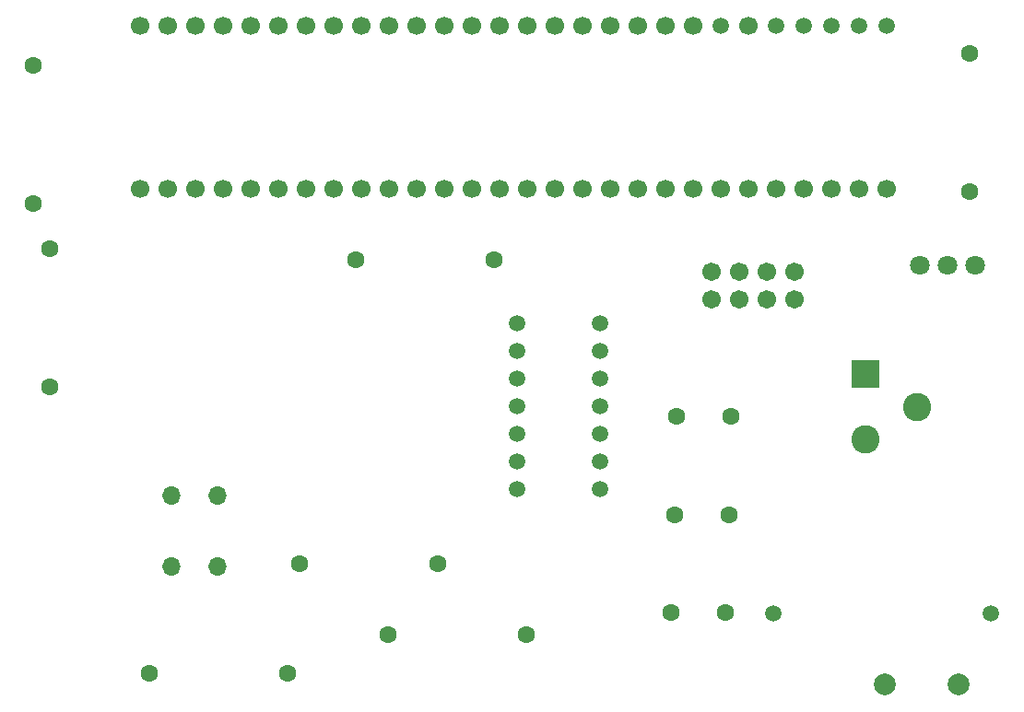
<source format=gbr>
%TF.GenerationSoftware,KiCad,Pcbnew,9.0.4*%
%TF.CreationDate,2025-11-19T22:25:04-07:00*%
%TF.ProjectId,PIC circuit,50494320-6369-4726-9375-69742e6b6963,rev?*%
%TF.SameCoordinates,Original*%
%TF.FileFunction,Soldermask,Bot*%
%TF.FilePolarity,Negative*%
%FSLAX46Y46*%
G04 Gerber Fmt 4.6, Leading zero omitted, Abs format (unit mm)*
G04 Created by KiCad (PCBNEW 9.0.4) date 2025-11-19 22:25:04*
%MOMM*%
%LPD*%
G01*
G04 APERTURE LIST*
%ADD10C,2.600000*%
%ADD11R,2.600000X2.600000*%
%ADD12C,1.800000*%
%ADD13C,1.600000*%
%ADD14C,1.500000*%
%ADD15C,2.000000*%
%ADD16C,1.701800*%
%ADD17C,1.700000*%
%ADD18O,1.700000X1.700000*%
G04 APERTURE END LIST*
D10*
%TO.C,J1*%
X189700000Y-100500000D03*
X185000000Y-103500000D03*
D11*
X185000000Y-97500000D03*
%TD*%
D12*
%TO.C,U1*%
X189960000Y-87500000D03*
X192500000Y-87500000D03*
X195040000Y-87500000D03*
%TD*%
D13*
%TO.C,R5*%
X108500000Y-69150000D03*
X108500000Y-81850000D03*
%TD*%
%TO.C,C3*%
X172120000Y-119420000D03*
X167120000Y-119420000D03*
%TD*%
%TO.C,R1*%
X138150000Y-87000000D03*
X150850000Y-87000000D03*
%TD*%
%TO.C,R3*%
X194500000Y-80700000D03*
X194500000Y-68000000D03*
%TD*%
%TO.C,R6*%
X132960000Y-114920000D03*
X145660000Y-114920000D03*
%TD*%
D14*
%TO.C,F1*%
X176512500Y-119500000D03*
X196512500Y-119500000D03*
%TD*%
D13*
%TO.C,C2*%
X167430000Y-110420000D03*
X172430000Y-110420000D03*
%TD*%
D15*
%TO.C,TP1*%
X193500000Y-126000000D03*
%TD*%
D13*
%TO.C,R4*%
X141110000Y-121420000D03*
X153810000Y-121420000D03*
%TD*%
%TO.C,R2*%
X110000000Y-98700000D03*
X110000000Y-86000000D03*
%TD*%
D15*
%TO.C,TP2*%
X186762500Y-126000000D03*
%TD*%
D16*
%TO.C,J2*%
X170810000Y-90630200D03*
X170810000Y-88090200D03*
X173350000Y-90630200D03*
X173350000Y-88090200D03*
X175890000Y-90630200D03*
X175890000Y-88090200D03*
X178430000Y-90630200D03*
X178430000Y-88090200D03*
%TD*%
D17*
%TO.C,U2*%
X118320000Y-80500000D03*
X120860000Y-80500000D03*
X123400000Y-80500000D03*
X125940000Y-80500000D03*
X128480000Y-80500000D03*
X131020000Y-80500000D03*
X133560000Y-80500000D03*
X136100000Y-80500000D03*
X138640000Y-80500000D03*
X141180000Y-80500000D03*
X143720000Y-80500000D03*
X146260000Y-80500000D03*
X148800000Y-80500000D03*
X151340000Y-80500000D03*
X153880000Y-80500000D03*
X156420000Y-80500000D03*
X158960000Y-80500000D03*
X161500000Y-80500000D03*
X164040000Y-80500000D03*
X166580000Y-80500000D03*
X169120000Y-80500000D03*
X171660000Y-80500000D03*
X174200000Y-80500000D03*
X176740000Y-80500000D03*
X179280000Y-80500000D03*
X181820000Y-80500000D03*
X184360000Y-80500000D03*
X186900000Y-80500000D03*
D14*
X186900000Y-65500000D03*
X184360000Y-65500000D03*
X181820000Y-65500000D03*
X179280000Y-65500000D03*
X176740000Y-65500000D03*
D17*
X174200000Y-65500000D03*
D14*
X171660000Y-65500000D03*
D17*
X169120000Y-65500000D03*
X166580000Y-65500000D03*
X164040000Y-65500000D03*
X161500000Y-65500000D03*
X158960000Y-65500000D03*
X156420000Y-65500000D03*
X153880000Y-65500000D03*
X151340000Y-65500000D03*
X148800000Y-65500000D03*
X146260000Y-65500000D03*
X143720000Y-65500000D03*
X141180000Y-65500000D03*
X138640000Y-65500000D03*
X136100000Y-65500000D03*
X133560000Y-65500000D03*
X131020000Y-65500000D03*
X128480000Y-65500000D03*
X125940000Y-65500000D03*
X123400000Y-65500000D03*
X120860000Y-65500000D03*
X118320000Y-65500000D03*
%TD*%
D13*
%TO.C,R_sensor_RAD1*%
X119150000Y-125000000D03*
X131850000Y-125000000D03*
%TD*%
%TO.C,C1*%
X167620000Y-101420000D03*
X172620000Y-101420000D03*
%TD*%
D14*
%TO.C,MCP6004_RAD1*%
X153000000Y-92800000D03*
X153000000Y-95340000D03*
X153000000Y-97880000D03*
X153000000Y-100420000D03*
X153000000Y-102960000D03*
X153000000Y-105500000D03*
X153000000Y-108040000D03*
X160620000Y-108040000D03*
X160620000Y-105500000D03*
X160620000Y-102960000D03*
X160620000Y-100420000D03*
X160620000Y-97880000D03*
X160620000Y-95340000D03*
X160620000Y-92800000D03*
%TD*%
D18*
%TO.C,SW1*%
X121210000Y-115170000D03*
X125410000Y-115170000D03*
X125410000Y-108670000D03*
X121210000Y-108670000D03*
%TD*%
M02*

</source>
